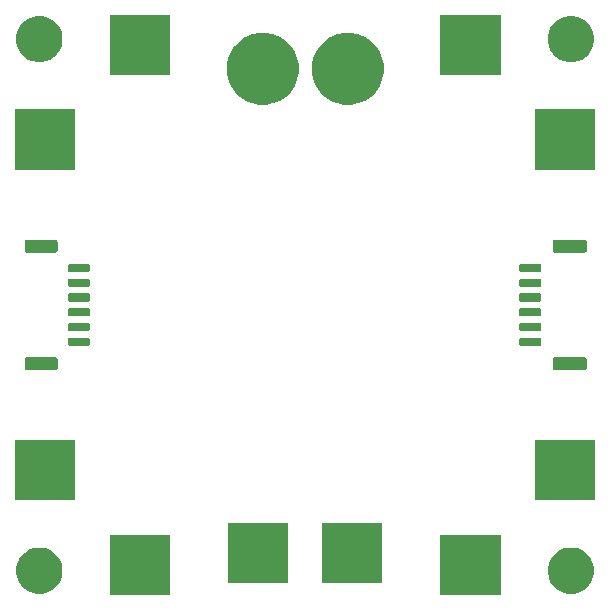
<source format=gbr>
G04 #@! TF.GenerationSoftware,KiCad,Pcbnew,(5.1.4-0-10_14)*
G04 #@! TF.CreationDate,2021-01-04T23:24:54-07:00*
G04 #@! TF.ProjectId,Power,506f7765-722e-46b6-9963-61645f706362,rev?*
G04 #@! TF.SameCoordinates,Original*
G04 #@! TF.FileFunction,Soldermask,Top*
G04 #@! TF.FilePolarity,Negative*
%FSLAX46Y46*%
G04 Gerber Fmt 4.6, Leading zero omitted, Abs format (unit mm)*
G04 Created by KiCad (PCBNEW (5.1.4-0-10_14)) date 2021-01-04 23:24:54*
%MOMM*%
%LPD*%
G04 APERTURE LIST*
%ADD10C,0.100000*%
G04 APERTURE END LIST*
D10*
G36*
X191551000Y-99551000D02*
G01*
X186449000Y-99551000D01*
X186449000Y-94449000D01*
X191551000Y-94449000D01*
X191551000Y-99551000D01*
X191551000Y-99551000D01*
G37*
G36*
X163551000Y-99551000D02*
G01*
X158449000Y-99551000D01*
X158449000Y-94449000D01*
X163551000Y-94449000D01*
X163551000Y-99551000D01*
X163551000Y-99551000D01*
G37*
G36*
X198069085Y-95623975D02*
G01*
X198424143Y-95771045D01*
X198424145Y-95771046D01*
X198743690Y-95984559D01*
X199015441Y-96256310D01*
X199211010Y-96549000D01*
X199228955Y-96575857D01*
X199376025Y-96930915D01*
X199451000Y-97307842D01*
X199451000Y-97692158D01*
X199376025Y-98069085D01*
X199228955Y-98424143D01*
X199228954Y-98424145D01*
X199015441Y-98743690D01*
X198743690Y-99015441D01*
X198424145Y-99228954D01*
X198424144Y-99228955D01*
X198424143Y-99228955D01*
X198069085Y-99376025D01*
X197692158Y-99451000D01*
X197307842Y-99451000D01*
X196930915Y-99376025D01*
X196575857Y-99228955D01*
X196575856Y-99228955D01*
X196575855Y-99228954D01*
X196256310Y-99015441D01*
X195984559Y-98743690D01*
X195771046Y-98424145D01*
X195771045Y-98424143D01*
X195623975Y-98069085D01*
X195549000Y-97692158D01*
X195549000Y-97307842D01*
X195623975Y-96930915D01*
X195771045Y-96575857D01*
X195788990Y-96549000D01*
X195984559Y-96256310D01*
X196256310Y-95984559D01*
X196575855Y-95771046D01*
X196575857Y-95771045D01*
X196930915Y-95623975D01*
X197307842Y-95549000D01*
X197692158Y-95549000D01*
X198069085Y-95623975D01*
X198069085Y-95623975D01*
G37*
G36*
X153069085Y-95623975D02*
G01*
X153424143Y-95771045D01*
X153424145Y-95771046D01*
X153743690Y-95984559D01*
X154015441Y-96256310D01*
X154211010Y-96549000D01*
X154228955Y-96575857D01*
X154376025Y-96930915D01*
X154451000Y-97307842D01*
X154451000Y-97692158D01*
X154376025Y-98069085D01*
X154228955Y-98424143D01*
X154228954Y-98424145D01*
X154015441Y-98743690D01*
X153743690Y-99015441D01*
X153424145Y-99228954D01*
X153424144Y-99228955D01*
X153424143Y-99228955D01*
X153069085Y-99376025D01*
X152692158Y-99451000D01*
X152307842Y-99451000D01*
X151930915Y-99376025D01*
X151575857Y-99228955D01*
X151575856Y-99228955D01*
X151575855Y-99228954D01*
X151256310Y-99015441D01*
X150984559Y-98743690D01*
X150771046Y-98424145D01*
X150771045Y-98424143D01*
X150623975Y-98069085D01*
X150549000Y-97692158D01*
X150549000Y-97307842D01*
X150623975Y-96930915D01*
X150771045Y-96575857D01*
X150788990Y-96549000D01*
X150984559Y-96256310D01*
X151256310Y-95984559D01*
X151575855Y-95771046D01*
X151575857Y-95771045D01*
X151930915Y-95623975D01*
X152307842Y-95549000D01*
X152692158Y-95549000D01*
X153069085Y-95623975D01*
X153069085Y-95623975D01*
G37*
G36*
X173551000Y-98551000D02*
G01*
X168449000Y-98551000D01*
X168449000Y-93449000D01*
X173551000Y-93449000D01*
X173551000Y-98551000D01*
X173551000Y-98551000D01*
G37*
G36*
X181551000Y-98551000D02*
G01*
X176449000Y-98551000D01*
X176449000Y-93449000D01*
X181551000Y-93449000D01*
X181551000Y-98551000D01*
X181551000Y-98551000D01*
G37*
G36*
X199551000Y-91551000D02*
G01*
X194449000Y-91551000D01*
X194449000Y-86449000D01*
X199551000Y-86449000D01*
X199551000Y-91551000D01*
X199551000Y-91551000D01*
G37*
G36*
X155551000Y-91551000D02*
G01*
X150449000Y-91551000D01*
X150449000Y-86449000D01*
X155551000Y-86449000D01*
X155551000Y-91551000D01*
X155551000Y-91551000D01*
G37*
G36*
X153879434Y-79428686D02*
G01*
X153919284Y-79440774D01*
X153955999Y-79460399D01*
X153988186Y-79486814D01*
X154014601Y-79519001D01*
X154034226Y-79555716D01*
X154046314Y-79595566D01*
X154051000Y-79643141D01*
X154051000Y-80306859D01*
X154046314Y-80354434D01*
X154034226Y-80394284D01*
X154014601Y-80430999D01*
X153988186Y-80463186D01*
X153955999Y-80489601D01*
X153919284Y-80509226D01*
X153879434Y-80521314D01*
X153831859Y-80526000D01*
X151468141Y-80526000D01*
X151420566Y-80521314D01*
X151380716Y-80509226D01*
X151344001Y-80489601D01*
X151311814Y-80463186D01*
X151285399Y-80430999D01*
X151265774Y-80394284D01*
X151253686Y-80354434D01*
X151249000Y-80306859D01*
X151249000Y-79643141D01*
X151253686Y-79595566D01*
X151265774Y-79555716D01*
X151285399Y-79519001D01*
X151311814Y-79486814D01*
X151344001Y-79460399D01*
X151380716Y-79440774D01*
X151420566Y-79428686D01*
X151468141Y-79424000D01*
X153831859Y-79424000D01*
X153879434Y-79428686D01*
X153879434Y-79428686D01*
G37*
G36*
X198679434Y-79428686D02*
G01*
X198719284Y-79440774D01*
X198755999Y-79460399D01*
X198788186Y-79486814D01*
X198814601Y-79519001D01*
X198834226Y-79555716D01*
X198846314Y-79595566D01*
X198851000Y-79643141D01*
X198851000Y-80306859D01*
X198846314Y-80354434D01*
X198834226Y-80394284D01*
X198814601Y-80430999D01*
X198788186Y-80463186D01*
X198755999Y-80489601D01*
X198719284Y-80509226D01*
X198679434Y-80521314D01*
X198631859Y-80526000D01*
X196168141Y-80526000D01*
X196120566Y-80521314D01*
X196080716Y-80509226D01*
X196044001Y-80489601D01*
X196011814Y-80463186D01*
X195985399Y-80430999D01*
X195965774Y-80394284D01*
X195953686Y-80354434D01*
X195949000Y-80306859D01*
X195949000Y-79643141D01*
X195953686Y-79595566D01*
X195965774Y-79555716D01*
X195985399Y-79519001D01*
X196011814Y-79486814D01*
X196044001Y-79460399D01*
X196080716Y-79440774D01*
X196120566Y-79428686D01*
X196168141Y-79424000D01*
X198631859Y-79424000D01*
X198679434Y-79428686D01*
X198679434Y-79428686D01*
G37*
G36*
X156659928Y-77776764D02*
G01*
X156681009Y-77783160D01*
X156700445Y-77793548D01*
X156717476Y-77807524D01*
X156731452Y-77824555D01*
X156741840Y-77843991D01*
X156748236Y-77865072D01*
X156751000Y-77893140D01*
X156751000Y-78356860D01*
X156748236Y-78384928D01*
X156741840Y-78406009D01*
X156731452Y-78425445D01*
X156717476Y-78442476D01*
X156700445Y-78456452D01*
X156681009Y-78466840D01*
X156659928Y-78473236D01*
X156631860Y-78476000D01*
X155068140Y-78476000D01*
X155040072Y-78473236D01*
X155018991Y-78466840D01*
X154999555Y-78456452D01*
X154982524Y-78442476D01*
X154968548Y-78425445D01*
X154958160Y-78406009D01*
X154951764Y-78384928D01*
X154949000Y-78356860D01*
X154949000Y-77893140D01*
X154951764Y-77865072D01*
X154958160Y-77843991D01*
X154968548Y-77824555D01*
X154982524Y-77807524D01*
X154999555Y-77793548D01*
X155018991Y-77783160D01*
X155040072Y-77776764D01*
X155068140Y-77774000D01*
X156631860Y-77774000D01*
X156659928Y-77776764D01*
X156659928Y-77776764D01*
G37*
G36*
X194859928Y-77776764D02*
G01*
X194881009Y-77783160D01*
X194900445Y-77793548D01*
X194917476Y-77807524D01*
X194931452Y-77824555D01*
X194941840Y-77843991D01*
X194948236Y-77865072D01*
X194951000Y-77893140D01*
X194951000Y-78356860D01*
X194948236Y-78384928D01*
X194941840Y-78406009D01*
X194931452Y-78425445D01*
X194917476Y-78442476D01*
X194900445Y-78456452D01*
X194881009Y-78466840D01*
X194859928Y-78473236D01*
X194831860Y-78476000D01*
X193268140Y-78476000D01*
X193240072Y-78473236D01*
X193218991Y-78466840D01*
X193199555Y-78456452D01*
X193182524Y-78442476D01*
X193168548Y-78425445D01*
X193158160Y-78406009D01*
X193151764Y-78384928D01*
X193149000Y-78356860D01*
X193149000Y-77893140D01*
X193151764Y-77865072D01*
X193158160Y-77843991D01*
X193168548Y-77824555D01*
X193182524Y-77807524D01*
X193199555Y-77793548D01*
X193218991Y-77783160D01*
X193240072Y-77776764D01*
X193268140Y-77774000D01*
X194831860Y-77774000D01*
X194859928Y-77776764D01*
X194859928Y-77776764D01*
G37*
G36*
X156659928Y-76526764D02*
G01*
X156681009Y-76533160D01*
X156700445Y-76543548D01*
X156717476Y-76557524D01*
X156731452Y-76574555D01*
X156741840Y-76593991D01*
X156748236Y-76615072D01*
X156751000Y-76643140D01*
X156751000Y-77106860D01*
X156748236Y-77134928D01*
X156741840Y-77156009D01*
X156731452Y-77175445D01*
X156717476Y-77192476D01*
X156700445Y-77206452D01*
X156681009Y-77216840D01*
X156659928Y-77223236D01*
X156631860Y-77226000D01*
X155068140Y-77226000D01*
X155040072Y-77223236D01*
X155018991Y-77216840D01*
X154999555Y-77206452D01*
X154982524Y-77192476D01*
X154968548Y-77175445D01*
X154958160Y-77156009D01*
X154951764Y-77134928D01*
X154949000Y-77106860D01*
X154949000Y-76643140D01*
X154951764Y-76615072D01*
X154958160Y-76593991D01*
X154968548Y-76574555D01*
X154982524Y-76557524D01*
X154999555Y-76543548D01*
X155018991Y-76533160D01*
X155040072Y-76526764D01*
X155068140Y-76524000D01*
X156631860Y-76524000D01*
X156659928Y-76526764D01*
X156659928Y-76526764D01*
G37*
G36*
X194859928Y-76526764D02*
G01*
X194881009Y-76533160D01*
X194900445Y-76543548D01*
X194917476Y-76557524D01*
X194931452Y-76574555D01*
X194941840Y-76593991D01*
X194948236Y-76615072D01*
X194951000Y-76643140D01*
X194951000Y-77106860D01*
X194948236Y-77134928D01*
X194941840Y-77156009D01*
X194931452Y-77175445D01*
X194917476Y-77192476D01*
X194900445Y-77206452D01*
X194881009Y-77216840D01*
X194859928Y-77223236D01*
X194831860Y-77226000D01*
X193268140Y-77226000D01*
X193240072Y-77223236D01*
X193218991Y-77216840D01*
X193199555Y-77206452D01*
X193182524Y-77192476D01*
X193168548Y-77175445D01*
X193158160Y-77156009D01*
X193151764Y-77134928D01*
X193149000Y-77106860D01*
X193149000Y-76643140D01*
X193151764Y-76615072D01*
X193158160Y-76593991D01*
X193168548Y-76574555D01*
X193182524Y-76557524D01*
X193199555Y-76543548D01*
X193218991Y-76533160D01*
X193240072Y-76526764D01*
X193268140Y-76524000D01*
X194831860Y-76524000D01*
X194859928Y-76526764D01*
X194859928Y-76526764D01*
G37*
G36*
X194859928Y-75276764D02*
G01*
X194881009Y-75283160D01*
X194900445Y-75293548D01*
X194917476Y-75307524D01*
X194931452Y-75324555D01*
X194941840Y-75343991D01*
X194948236Y-75365072D01*
X194951000Y-75393140D01*
X194951000Y-75856860D01*
X194948236Y-75884928D01*
X194941840Y-75906009D01*
X194931452Y-75925445D01*
X194917476Y-75942476D01*
X194900445Y-75956452D01*
X194881009Y-75966840D01*
X194859928Y-75973236D01*
X194831860Y-75976000D01*
X193268140Y-75976000D01*
X193240072Y-75973236D01*
X193218991Y-75966840D01*
X193199555Y-75956452D01*
X193182524Y-75942476D01*
X193168548Y-75925445D01*
X193158160Y-75906009D01*
X193151764Y-75884928D01*
X193149000Y-75856860D01*
X193149000Y-75393140D01*
X193151764Y-75365072D01*
X193158160Y-75343991D01*
X193168548Y-75324555D01*
X193182524Y-75307524D01*
X193199555Y-75293548D01*
X193218991Y-75283160D01*
X193240072Y-75276764D01*
X193268140Y-75274000D01*
X194831860Y-75274000D01*
X194859928Y-75276764D01*
X194859928Y-75276764D01*
G37*
G36*
X156659928Y-75276764D02*
G01*
X156681009Y-75283160D01*
X156700445Y-75293548D01*
X156717476Y-75307524D01*
X156731452Y-75324555D01*
X156741840Y-75343991D01*
X156748236Y-75365072D01*
X156751000Y-75393140D01*
X156751000Y-75856860D01*
X156748236Y-75884928D01*
X156741840Y-75906009D01*
X156731452Y-75925445D01*
X156717476Y-75942476D01*
X156700445Y-75956452D01*
X156681009Y-75966840D01*
X156659928Y-75973236D01*
X156631860Y-75976000D01*
X155068140Y-75976000D01*
X155040072Y-75973236D01*
X155018991Y-75966840D01*
X154999555Y-75956452D01*
X154982524Y-75942476D01*
X154968548Y-75925445D01*
X154958160Y-75906009D01*
X154951764Y-75884928D01*
X154949000Y-75856860D01*
X154949000Y-75393140D01*
X154951764Y-75365072D01*
X154958160Y-75343991D01*
X154968548Y-75324555D01*
X154982524Y-75307524D01*
X154999555Y-75293548D01*
X155018991Y-75283160D01*
X155040072Y-75276764D01*
X155068140Y-75274000D01*
X156631860Y-75274000D01*
X156659928Y-75276764D01*
X156659928Y-75276764D01*
G37*
G36*
X194859928Y-74026764D02*
G01*
X194881009Y-74033160D01*
X194900445Y-74043548D01*
X194917476Y-74057524D01*
X194931452Y-74074555D01*
X194941840Y-74093991D01*
X194948236Y-74115072D01*
X194951000Y-74143140D01*
X194951000Y-74606860D01*
X194948236Y-74634928D01*
X194941840Y-74656009D01*
X194931452Y-74675445D01*
X194917476Y-74692476D01*
X194900445Y-74706452D01*
X194881009Y-74716840D01*
X194859928Y-74723236D01*
X194831860Y-74726000D01*
X193268140Y-74726000D01*
X193240072Y-74723236D01*
X193218991Y-74716840D01*
X193199555Y-74706452D01*
X193182524Y-74692476D01*
X193168548Y-74675445D01*
X193158160Y-74656009D01*
X193151764Y-74634928D01*
X193149000Y-74606860D01*
X193149000Y-74143140D01*
X193151764Y-74115072D01*
X193158160Y-74093991D01*
X193168548Y-74074555D01*
X193182524Y-74057524D01*
X193199555Y-74043548D01*
X193218991Y-74033160D01*
X193240072Y-74026764D01*
X193268140Y-74024000D01*
X194831860Y-74024000D01*
X194859928Y-74026764D01*
X194859928Y-74026764D01*
G37*
G36*
X156659928Y-74026764D02*
G01*
X156681009Y-74033160D01*
X156700445Y-74043548D01*
X156717476Y-74057524D01*
X156731452Y-74074555D01*
X156741840Y-74093991D01*
X156748236Y-74115072D01*
X156751000Y-74143140D01*
X156751000Y-74606860D01*
X156748236Y-74634928D01*
X156741840Y-74656009D01*
X156731452Y-74675445D01*
X156717476Y-74692476D01*
X156700445Y-74706452D01*
X156681009Y-74716840D01*
X156659928Y-74723236D01*
X156631860Y-74726000D01*
X155068140Y-74726000D01*
X155040072Y-74723236D01*
X155018991Y-74716840D01*
X154999555Y-74706452D01*
X154982524Y-74692476D01*
X154968548Y-74675445D01*
X154958160Y-74656009D01*
X154951764Y-74634928D01*
X154949000Y-74606860D01*
X154949000Y-74143140D01*
X154951764Y-74115072D01*
X154958160Y-74093991D01*
X154968548Y-74074555D01*
X154982524Y-74057524D01*
X154999555Y-74043548D01*
X155018991Y-74033160D01*
X155040072Y-74026764D01*
X155068140Y-74024000D01*
X156631860Y-74024000D01*
X156659928Y-74026764D01*
X156659928Y-74026764D01*
G37*
G36*
X194859928Y-72776764D02*
G01*
X194881009Y-72783160D01*
X194900445Y-72793548D01*
X194917476Y-72807524D01*
X194931452Y-72824555D01*
X194941840Y-72843991D01*
X194948236Y-72865072D01*
X194951000Y-72893140D01*
X194951000Y-73356860D01*
X194948236Y-73384928D01*
X194941840Y-73406009D01*
X194931452Y-73425445D01*
X194917476Y-73442476D01*
X194900445Y-73456452D01*
X194881009Y-73466840D01*
X194859928Y-73473236D01*
X194831860Y-73476000D01*
X193268140Y-73476000D01*
X193240072Y-73473236D01*
X193218991Y-73466840D01*
X193199555Y-73456452D01*
X193182524Y-73442476D01*
X193168548Y-73425445D01*
X193158160Y-73406009D01*
X193151764Y-73384928D01*
X193149000Y-73356860D01*
X193149000Y-72893140D01*
X193151764Y-72865072D01*
X193158160Y-72843991D01*
X193168548Y-72824555D01*
X193182524Y-72807524D01*
X193199555Y-72793548D01*
X193218991Y-72783160D01*
X193240072Y-72776764D01*
X193268140Y-72774000D01*
X194831860Y-72774000D01*
X194859928Y-72776764D01*
X194859928Y-72776764D01*
G37*
G36*
X156659928Y-72776764D02*
G01*
X156681009Y-72783160D01*
X156700445Y-72793548D01*
X156717476Y-72807524D01*
X156731452Y-72824555D01*
X156741840Y-72843991D01*
X156748236Y-72865072D01*
X156751000Y-72893140D01*
X156751000Y-73356860D01*
X156748236Y-73384928D01*
X156741840Y-73406009D01*
X156731452Y-73425445D01*
X156717476Y-73442476D01*
X156700445Y-73456452D01*
X156681009Y-73466840D01*
X156659928Y-73473236D01*
X156631860Y-73476000D01*
X155068140Y-73476000D01*
X155040072Y-73473236D01*
X155018991Y-73466840D01*
X154999555Y-73456452D01*
X154982524Y-73442476D01*
X154968548Y-73425445D01*
X154958160Y-73406009D01*
X154951764Y-73384928D01*
X154949000Y-73356860D01*
X154949000Y-72893140D01*
X154951764Y-72865072D01*
X154958160Y-72843991D01*
X154968548Y-72824555D01*
X154982524Y-72807524D01*
X154999555Y-72793548D01*
X155018991Y-72783160D01*
X155040072Y-72776764D01*
X155068140Y-72774000D01*
X156631860Y-72774000D01*
X156659928Y-72776764D01*
X156659928Y-72776764D01*
G37*
G36*
X194859928Y-71526764D02*
G01*
X194881009Y-71533160D01*
X194900445Y-71543548D01*
X194917476Y-71557524D01*
X194931452Y-71574555D01*
X194941840Y-71593991D01*
X194948236Y-71615072D01*
X194951000Y-71643140D01*
X194951000Y-72106860D01*
X194948236Y-72134928D01*
X194941840Y-72156009D01*
X194931452Y-72175445D01*
X194917476Y-72192476D01*
X194900445Y-72206452D01*
X194881009Y-72216840D01*
X194859928Y-72223236D01*
X194831860Y-72226000D01*
X193268140Y-72226000D01*
X193240072Y-72223236D01*
X193218991Y-72216840D01*
X193199555Y-72206452D01*
X193182524Y-72192476D01*
X193168548Y-72175445D01*
X193158160Y-72156009D01*
X193151764Y-72134928D01*
X193149000Y-72106860D01*
X193149000Y-71643140D01*
X193151764Y-71615072D01*
X193158160Y-71593991D01*
X193168548Y-71574555D01*
X193182524Y-71557524D01*
X193199555Y-71543548D01*
X193218991Y-71533160D01*
X193240072Y-71526764D01*
X193268140Y-71524000D01*
X194831860Y-71524000D01*
X194859928Y-71526764D01*
X194859928Y-71526764D01*
G37*
G36*
X156659928Y-71526764D02*
G01*
X156681009Y-71533160D01*
X156700445Y-71543548D01*
X156717476Y-71557524D01*
X156731452Y-71574555D01*
X156741840Y-71593991D01*
X156748236Y-71615072D01*
X156751000Y-71643140D01*
X156751000Y-72106860D01*
X156748236Y-72134928D01*
X156741840Y-72156009D01*
X156731452Y-72175445D01*
X156717476Y-72192476D01*
X156700445Y-72206452D01*
X156681009Y-72216840D01*
X156659928Y-72223236D01*
X156631860Y-72226000D01*
X155068140Y-72226000D01*
X155040072Y-72223236D01*
X155018991Y-72216840D01*
X154999555Y-72206452D01*
X154982524Y-72192476D01*
X154968548Y-72175445D01*
X154958160Y-72156009D01*
X154951764Y-72134928D01*
X154949000Y-72106860D01*
X154949000Y-71643140D01*
X154951764Y-71615072D01*
X154958160Y-71593991D01*
X154968548Y-71574555D01*
X154982524Y-71557524D01*
X154999555Y-71543548D01*
X155018991Y-71533160D01*
X155040072Y-71526764D01*
X155068140Y-71524000D01*
X156631860Y-71524000D01*
X156659928Y-71526764D01*
X156659928Y-71526764D01*
G37*
G36*
X198679434Y-69478686D02*
G01*
X198719284Y-69490774D01*
X198755999Y-69510399D01*
X198788186Y-69536814D01*
X198814601Y-69569001D01*
X198834226Y-69605716D01*
X198846314Y-69645566D01*
X198851000Y-69693141D01*
X198851000Y-70356859D01*
X198846314Y-70404434D01*
X198834226Y-70444284D01*
X198814601Y-70480999D01*
X198788186Y-70513186D01*
X198755999Y-70539601D01*
X198719284Y-70559226D01*
X198679434Y-70571314D01*
X198631859Y-70576000D01*
X196168141Y-70576000D01*
X196120566Y-70571314D01*
X196080716Y-70559226D01*
X196044001Y-70539601D01*
X196011814Y-70513186D01*
X195985399Y-70480999D01*
X195965774Y-70444284D01*
X195953686Y-70404434D01*
X195949000Y-70356859D01*
X195949000Y-69693141D01*
X195953686Y-69645566D01*
X195965774Y-69605716D01*
X195985399Y-69569001D01*
X196011814Y-69536814D01*
X196044001Y-69510399D01*
X196080716Y-69490774D01*
X196120566Y-69478686D01*
X196168141Y-69474000D01*
X198631859Y-69474000D01*
X198679434Y-69478686D01*
X198679434Y-69478686D01*
G37*
G36*
X153879434Y-69478686D02*
G01*
X153919284Y-69490774D01*
X153955999Y-69510399D01*
X153988186Y-69536814D01*
X154014601Y-69569001D01*
X154034226Y-69605716D01*
X154046314Y-69645566D01*
X154051000Y-69693141D01*
X154051000Y-70356859D01*
X154046314Y-70404434D01*
X154034226Y-70444284D01*
X154014601Y-70480999D01*
X153988186Y-70513186D01*
X153955999Y-70539601D01*
X153919284Y-70559226D01*
X153879434Y-70571314D01*
X153831859Y-70576000D01*
X151468141Y-70576000D01*
X151420566Y-70571314D01*
X151380716Y-70559226D01*
X151344001Y-70539601D01*
X151311814Y-70513186D01*
X151285399Y-70480999D01*
X151265774Y-70444284D01*
X151253686Y-70404434D01*
X151249000Y-70356859D01*
X151249000Y-69693141D01*
X151253686Y-69645566D01*
X151265774Y-69605716D01*
X151285399Y-69569001D01*
X151311814Y-69536814D01*
X151344001Y-69510399D01*
X151380716Y-69490774D01*
X151420566Y-69478686D01*
X151468141Y-69474000D01*
X153831859Y-69474000D01*
X153879434Y-69478686D01*
X153879434Y-69478686D01*
G37*
G36*
X155551000Y-63551000D02*
G01*
X150449000Y-63551000D01*
X150449000Y-58449000D01*
X155551000Y-58449000D01*
X155551000Y-63551000D01*
X155551000Y-63551000D01*
G37*
G36*
X199551000Y-63551000D02*
G01*
X194449000Y-63551000D01*
X194449000Y-58449000D01*
X199551000Y-58449000D01*
X199551000Y-63551000D01*
X199551000Y-63551000D01*
G37*
G36*
X172289943Y-52066248D02*
G01*
X172845189Y-52296238D01*
X172862557Y-52307843D01*
X173344899Y-52630134D01*
X173769866Y-53055101D01*
X173779210Y-53069086D01*
X174103762Y-53554811D01*
X174333752Y-54110057D01*
X174451000Y-54699501D01*
X174451000Y-55300499D01*
X174333752Y-55889943D01*
X174103762Y-56445189D01*
X174103761Y-56445190D01*
X173769866Y-56944899D01*
X173344899Y-57369866D01*
X173093347Y-57537948D01*
X172845189Y-57703762D01*
X172289943Y-57933752D01*
X171700499Y-58051000D01*
X171099501Y-58051000D01*
X170510057Y-57933752D01*
X169954811Y-57703762D01*
X169706653Y-57537948D01*
X169455101Y-57369866D01*
X169030134Y-56944899D01*
X168696239Y-56445190D01*
X168696238Y-56445189D01*
X168466248Y-55889943D01*
X168349000Y-55300499D01*
X168349000Y-54699501D01*
X168466248Y-54110057D01*
X168696238Y-53554811D01*
X169020790Y-53069086D01*
X169030134Y-53055101D01*
X169455101Y-52630134D01*
X169937443Y-52307843D01*
X169954811Y-52296238D01*
X170510057Y-52066248D01*
X171099501Y-51949000D01*
X171700499Y-51949000D01*
X172289943Y-52066248D01*
X172289943Y-52066248D01*
G37*
G36*
X179489943Y-52066248D02*
G01*
X180045189Y-52296238D01*
X180062557Y-52307843D01*
X180544899Y-52630134D01*
X180969866Y-53055101D01*
X180979210Y-53069086D01*
X181303762Y-53554811D01*
X181533752Y-54110057D01*
X181651000Y-54699501D01*
X181651000Y-55300499D01*
X181533752Y-55889943D01*
X181303762Y-56445189D01*
X181303761Y-56445190D01*
X180969866Y-56944899D01*
X180544899Y-57369866D01*
X180293347Y-57537948D01*
X180045189Y-57703762D01*
X179489943Y-57933752D01*
X178900499Y-58051000D01*
X178299501Y-58051000D01*
X177710057Y-57933752D01*
X177154811Y-57703762D01*
X176906653Y-57537948D01*
X176655101Y-57369866D01*
X176230134Y-56944899D01*
X175896239Y-56445190D01*
X175896238Y-56445189D01*
X175666248Y-55889943D01*
X175549000Y-55300499D01*
X175549000Y-54699501D01*
X175666248Y-54110057D01*
X175896238Y-53554811D01*
X176220790Y-53069086D01*
X176230134Y-53055101D01*
X176655101Y-52630134D01*
X177137443Y-52307843D01*
X177154811Y-52296238D01*
X177710057Y-52066248D01*
X178299501Y-51949000D01*
X178900499Y-51949000D01*
X179489943Y-52066248D01*
X179489943Y-52066248D01*
G37*
G36*
X191551000Y-55551000D02*
G01*
X186449000Y-55551000D01*
X186449000Y-50449000D01*
X191551000Y-50449000D01*
X191551000Y-55551000D01*
X191551000Y-55551000D01*
G37*
G36*
X163551000Y-55551000D02*
G01*
X158449000Y-55551000D01*
X158449000Y-50449000D01*
X163551000Y-50449000D01*
X163551000Y-55551000D01*
X163551000Y-55551000D01*
G37*
G36*
X198069085Y-50623975D02*
G01*
X198424143Y-50771045D01*
X198424145Y-50771046D01*
X198743690Y-50984559D01*
X199015441Y-51256310D01*
X199228954Y-51575855D01*
X199228955Y-51575857D01*
X199376025Y-51930915D01*
X199451000Y-52307842D01*
X199451000Y-52692158D01*
X199376025Y-53069085D01*
X199228955Y-53424143D01*
X199228954Y-53424145D01*
X199015441Y-53743690D01*
X198743690Y-54015441D01*
X198424145Y-54228954D01*
X198424144Y-54228955D01*
X198424143Y-54228955D01*
X198069085Y-54376025D01*
X197692158Y-54451000D01*
X197307842Y-54451000D01*
X196930915Y-54376025D01*
X196575857Y-54228955D01*
X196575856Y-54228955D01*
X196575855Y-54228954D01*
X196256310Y-54015441D01*
X195984559Y-53743690D01*
X195771046Y-53424145D01*
X195771045Y-53424143D01*
X195623975Y-53069085D01*
X195549000Y-52692158D01*
X195549000Y-52307842D01*
X195623975Y-51930915D01*
X195771045Y-51575857D01*
X195771046Y-51575855D01*
X195984559Y-51256310D01*
X196256310Y-50984559D01*
X196575855Y-50771046D01*
X196575857Y-50771045D01*
X196930915Y-50623975D01*
X197307842Y-50549000D01*
X197692158Y-50549000D01*
X198069085Y-50623975D01*
X198069085Y-50623975D01*
G37*
G36*
X153069085Y-50623975D02*
G01*
X153424143Y-50771045D01*
X153424145Y-50771046D01*
X153743690Y-50984559D01*
X154015441Y-51256310D01*
X154228954Y-51575855D01*
X154228955Y-51575857D01*
X154376025Y-51930915D01*
X154451000Y-52307842D01*
X154451000Y-52692158D01*
X154376025Y-53069085D01*
X154228955Y-53424143D01*
X154228954Y-53424145D01*
X154015441Y-53743690D01*
X153743690Y-54015441D01*
X153424145Y-54228954D01*
X153424144Y-54228955D01*
X153424143Y-54228955D01*
X153069085Y-54376025D01*
X152692158Y-54451000D01*
X152307842Y-54451000D01*
X151930915Y-54376025D01*
X151575857Y-54228955D01*
X151575856Y-54228955D01*
X151575855Y-54228954D01*
X151256310Y-54015441D01*
X150984559Y-53743690D01*
X150771046Y-53424145D01*
X150771045Y-53424143D01*
X150623975Y-53069085D01*
X150549000Y-52692158D01*
X150549000Y-52307842D01*
X150623975Y-51930915D01*
X150771045Y-51575857D01*
X150771046Y-51575855D01*
X150984559Y-51256310D01*
X151256310Y-50984559D01*
X151575855Y-50771046D01*
X151575857Y-50771045D01*
X151930915Y-50623975D01*
X152307842Y-50549000D01*
X152692158Y-50549000D01*
X153069085Y-50623975D01*
X153069085Y-50623975D01*
G37*
M02*

</source>
